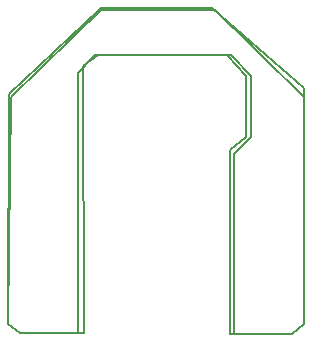
<source format=gbp>
<<<<<<< HEAD
G04 #@! TF.GenerationSoftware,KiCad,Pcbnew,7.99.0-unknown-556120554e~172~ubuntu22.04.1*
G04 #@! TF.CreationDate,2023-08-17T23:45:12+09:00*
=======
G04 #@! TF.GenerationSoftware,KiCad,Pcbnew,7.99.0-unknown-4c4bbdc8f3~172~ubuntu22.04.1*
G04 #@! TF.CreationDate,2023-08-08T20:27:13+09:00*
>>>>>>> 19db055ad74dc80f637f43bf08fee7929738abcf
G04 #@! TF.ProjectId,bGeigieCast V1.6.0(StampS3),62476569-6769-4654-9361-73742056312e,rev?*
G04 #@! TF.SameCoordinates,Original*
G04 #@! TF.FileFunction,Paste,Bot*
G04 #@! TF.FilePolarity,Positive*
%FSLAX46Y46*%
G04 Gerber Fmt 4.6, Leading zero omitted, Abs format (unit mm)*
<<<<<<< HEAD
G04 Created by KiCad (PCBNEW 7.99.0-unknown-556120554e~172~ubuntu22.04.1) date 2023-08-17 23:45:12*
=======
G04 Created by KiCad (PCBNEW 7.99.0-unknown-4c4bbdc8f3~172~ubuntu22.04.1) date 2023-08-08 20:27:13*
>>>>>>> 19db055ad74dc80f637f43bf08fee7929738abcf
%MOMM*%
%LPD*%
G01*
G04 APERTURE LIST*
G04 #@! TA.AperFunction,Profile*
%ADD10C,0.150000*%
G04 #@! TD*
G04 APERTURE END LIST*
D10*
X135836040Y-117988000D02*
X136850000Y-118750000D01*
<<<<<<< HEAD
X135923000Y-98496000D02*
X135836040Y-117988000D01*
X141765000Y-118741000D02*
X136850000Y-118750000D01*
X159832000Y-118816000D02*
X154973000Y-118816000D01*
X160850000Y-117950000D02*
X160866000Y-97996000D01*
X143670000Y-91257000D02*
X135923000Y-98496000D01*
X160850000Y-117950000D02*
X159832000Y-118816000D01*
X141765000Y-96718000D02*
X141765000Y-118741000D01*
X156360127Y-102138500D02*
X154973000Y-103576000D01*
X154719000Y-95194000D02*
X156370000Y-96972000D01*
X154973000Y-103576000D02*
X154973000Y-118816000D01*
X153068000Y-91257000D02*
X143670000Y-91257000D01*
X143162000Y-95194000D02*
X141765000Y-96718000D01*
X154719000Y-95194000D02*
X143162000Y-95194000D01*
X156379872Y-96972000D02*
X156360127Y-102138500D01*
X153068000Y-91257000D02*
X160866000Y-97996000D01*
=======
X136050000Y-98750000D02*
X135836040Y-117988000D01*
X142273000Y-118741000D02*
X136850000Y-118750000D01*
X159832000Y-118816000D02*
X154593020Y-118816000D01*
X160850000Y-117950000D02*
X160866000Y-98766000D01*
X143670000Y-91384000D02*
X136050000Y-98750000D01*
X160850000Y-117950000D02*
X159832000Y-118816000D01*
X142185490Y-96164000D02*
X142273000Y-118741000D01*
X155969255Y-102138500D02*
X154592000Y-103235500D01*
X154338000Y-95194000D02*
X155989000Y-96972000D01*
X154592000Y-103235500D02*
X154593020Y-118816000D01*
X153322000Y-91384000D02*
X143670000Y-91384000D01*
X143416000Y-95240000D02*
X142185490Y-96164000D01*
X154338000Y-95194000D02*
X143416000Y-95240000D01*
X155989000Y-96972000D02*
X155969255Y-102138500D01*
X153322000Y-91384000D02*
X160866000Y-98766000D01*
>>>>>>> 19db055ad74dc80f637f43bf08fee7929738abcf
M02*

</source>
